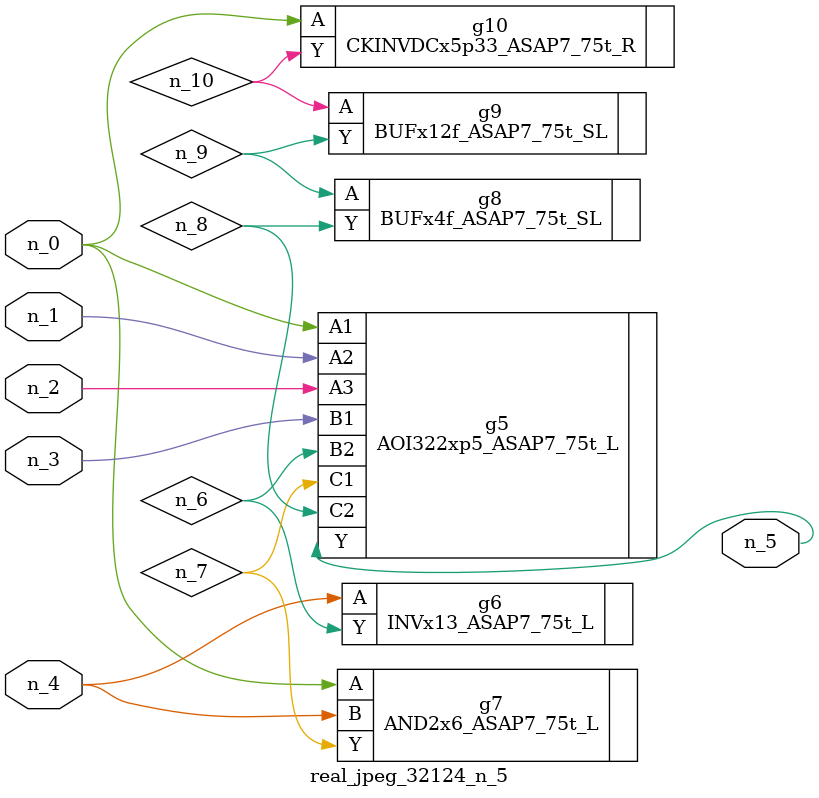
<source format=v>
module real_jpeg_32124_n_5 (n_4, n_0, n_1, n_2, n_3, n_5);

input n_4;
input n_0;
input n_1;
input n_2;
input n_3;

output n_5;

wire n_8;
wire n_6;
wire n_7;
wire n_10;
wire n_9;

AOI322xp5_ASAP7_75t_L g5 ( 
.A1(n_0),
.A2(n_1),
.A3(n_2),
.B1(n_3),
.B2(n_6),
.C1(n_7),
.C2(n_8),
.Y(n_5)
);

AND2x6_ASAP7_75t_L g7 ( 
.A(n_0),
.B(n_4),
.Y(n_7)
);

CKINVDCx5p33_ASAP7_75t_R g10 ( 
.A(n_0),
.Y(n_10)
);

INVx13_ASAP7_75t_L g6 ( 
.A(n_4),
.Y(n_6)
);

BUFx4f_ASAP7_75t_SL g8 ( 
.A(n_9),
.Y(n_8)
);

BUFx12f_ASAP7_75t_SL g9 ( 
.A(n_10),
.Y(n_9)
);


endmodule
</source>
